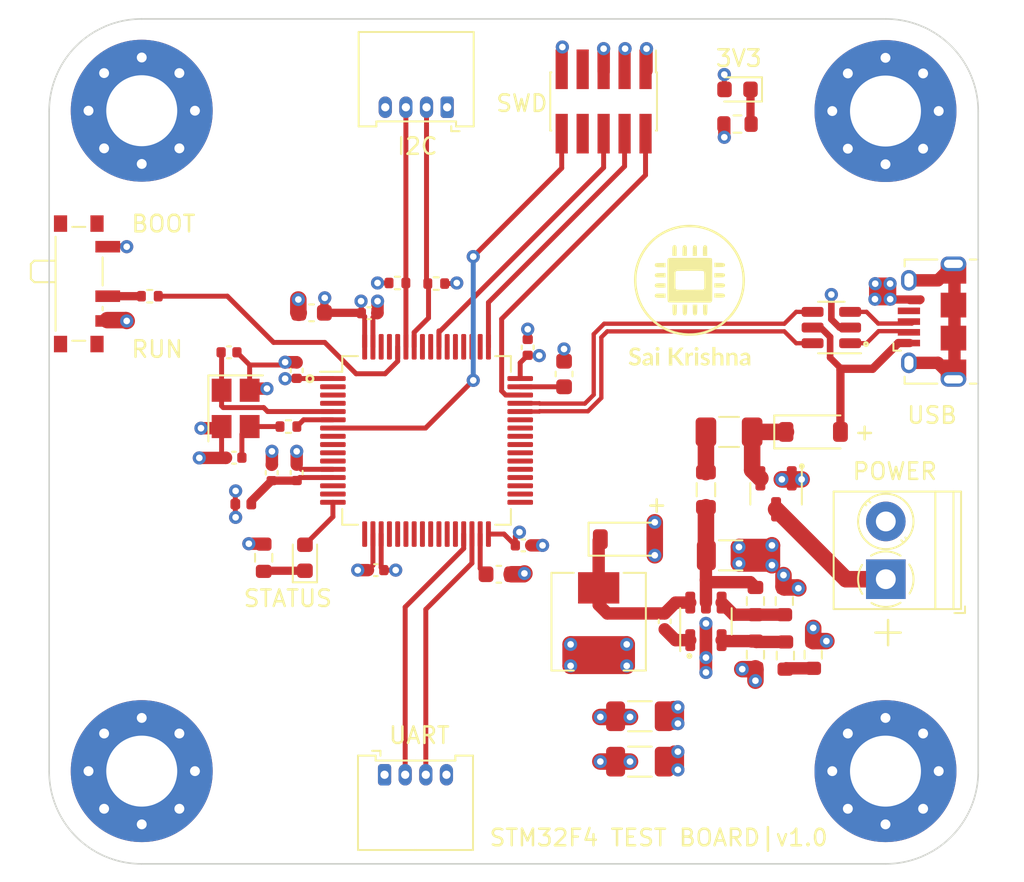
<source format=kicad_pcb>
(kicad_pcb (version 20221018) (generator pcbnew)
  (layers (0 "F.Cu" jumper) (1 "In1.Cu" signal) (2 "In2.Cu" signal) (31 "B.Cu" signal) (34 "B.Paste" user) (35 "F.Paste" user) (36 "B.SilkS" user "B.Silkscreen") (37 "F.SilkS" user "F.Silkscreen") (38 "B.Mask" user) (39 "F.Mask" user) (44 "Edge.Cuts" user))
  (net 0 "")
  (net 1 "+12V")
  (net 2 "GND")
  (net 3 "Net-(D4-K)")
  (net 4 "Net-(R7-Pad2)")
  (net 5 "BUCK_FB")
  (net 6 "+3.3V")
  (net 7 "BUCK_EN")
  (net 8 "BUCK_IN")
  (net 9 "Net-(D1-K)")
  (net 10 "I2C1_SDA")
  (net 11 "I2C_SCL")
  (net 12 "HSE_OUT")
  (net 13 "Net-(C12-Pad1)")
  (net 14 "BOOT0")
  (net 15 "Net-(SW1-B)")
  (net 16 "USB_CONN_D-")
  (net 17 "USB_CONN_D+")
  (net 18 "USB_D+")
  (net 19 "+5V")
  (net 20 "USB_D-")
  (net 21 "BUCK_BST")
  (net 22 "BUCK_SW")
  (net 23 "Net-(D3-K)")
  (net 27 "HSE_IN")
  (net 28 "NRST")
  (net 33 "+3.3VA")
  (net 36 "LED_STATUS")
  (net 47 "USART3_TX")
  (net 48 "USART3_RX")
  (net 49 "Net-(U1-VCAP_1)")
  (net 61 "SWDIO")
  (net 62 "Net-(U1-VCAP_2)")
  (net 63 "SWCLK")
  (net 69 "SWO")
  (net 75 "unconnected-(J5-Shield-Pad6)")
  (net 78 "Net-(F1-Pad2)")
  (footprint "Connector_Molex:Molex_PicoBlade_53048-0410_1x04_P1.25mm_Horizontal" (layer "F.Cu") (at 108.325 96.4)
    (fp_text reference "J4")
    (fp_text value "USART")
  )
  (footprint "Package_TO_SOT_SMD:SOT-23-6" (layer "F.Cu") (at 127.8 87.105 90)
    (fp_text reference "U2")
    (fp_text value "~")
  )
  (footprint "Capacitor_SMD:C_0603_1608Metric" (layer "F.Cu") (at 115.25 84.25)
    (fp_text reference "C1")
    (fp_text value "2u2")
  )
  (footprint "Inductor_SMD:L_Sunlord_MWSA0503S" (layer "F.Cu") (at 121.3 87.125 -90)
    (fp_text reference "L2")
    (fp_text value "10u")
  )
  (footprint "Resistor_SMD:R_0603_1608Metric" (layer "F.Cu") (at 132.55 85.875 90)
    (fp_text reference "R5")
    (fp_text value "68k")
  )
  (footprint "Capacitor_SMD:C_1206_3216Metric" (layer "F.Cu") (at 129.3 83.105)
    (fp_text reference "C13")
    (fp_text value "10u")
  )
  (footprint "Resistor_SMD:R_0603_1608Metric" (layer "F.Cu") (at 132.613745 89.177074 -90)
    (fp_text reference "R7")
    (fp_text value "15k")
  )
  (footprint "Resistor_SMD:R_0402_1005Metric" (layer "F.Cu") (at 94.1 67.4 180)
    (fp_text reference "R1")
    (fp_text value "10k")
  )
  (footprint "MountingHole:MountingHole_4.3mm_M4_Pad_Via" (layer "F.Cu") (at 93.610838 96.180419)
    (fp_text reference "H1")
    (fp_text value "MountingHole_Pad")
  )
  (footprint "Capacitor_SMD:C_1206_3216Metric" (layer "F.Cu") (at 123.8 92.855)
    (fp_text reference "C15")
    (fp_text value "10u")
  )
  (footprint "Resistor_SMD:R_0603_1608Metric" (layer "F.Cu") (at 130.8 89.125 90)
    (fp_text reference "R6")
    (fp_text value "47k")
  )
  (footprint "Demo:SaiKrishnaLOGOdemo" (layer "F.Cu") (at 126.9 68)
    (fp_text reference "G***" hide)
    (fp_text value "LOGO" hide)
  )
  (footprint "Capacitor_SMD:C_1206_3216Metric" (layer "F.Cu") (at 123.8 95.605)
    (fp_text reference "C16")
    (fp_text value "10u")
  )
  (footprint "Capacitor_SMD:C_0402_1005Metric" (layer "F.Cu") (at 117 70.5 90)
    (fp_text reference "C7")
    (fp_text value "100n")
  )
  (footprint "MountingHole:MountingHole_4.3mm_M4_Pad_Via" (layer "F.Cu") (at 93.610838 56.160838)
    (fp_text reference "H4")
    (fp_text value "MountingHole_Pad")
  )
  (footprint "Capacitor_SMD:C_0402_1005Metric" (layer "F.Cu") (at 107.4 68.431221)
    (fp_text reference "C8")
    (fp_text value "100n")
  )
  (footprint "Capacitor_SMD:C_0402_1005Metric" (layer "F.Cu") (at 101.48602 78.09801 90)
    (fp_text reference "C9")
    (fp_text value "1u")
  )
  (footprint "Capacitor_SMD:C_0402_1005Metric" (layer "F.Cu") (at 103 78.090575 90)
    (fp_text reference "C10")
    (fp_text value "10n")
  )
  (footprint "Capacitor_SMD:C_0402_1005Metric" (layer "F.Cu") (at 99.2 77.186807 180)
    (fp_text reference "C12")
    (fp_text value "12p")
  )
  (footprint "Resistor_SMD:R_0402_1005Metric" (layer "F.Cu") (at 111.455741 66.635107 180)
    (fp_text reference "R9")
    (fp_text value "2k2")
  )
  (footprint "Resistor_SMD:R_0603_1608Metric" (layer "F.Cu") (at 101 83.25 90)
    (fp_text reference "R3")
    (fp_text value "1K5")
  )
  (footprint "Diode_SMD:D_SOD-123" (layer "F.Cu") (at 134.3 75.625)
    (fp_text reference "D3")
    (fp_text value "B5819W")
  )
  (footprint "Package_QFP:LQFP-64_10x10mm_P0.5mm" (layer "F.Cu") (at 110.87 76.14)
    (fp_text reference "U1")
    (fp_text value "STM32F405RGT6")
  )
  (footprint "Resistor_SMD:R_0402_1005Metric" (layer "F.Cu") (at 109.105472 66.6)
    (fp_text reference "R10")
    (fp_text value "2k2")
  )
  (footprint "Capacitor_SMD:C_0603_1608Metric" (layer "F.Cu") (at 103.902604 68.407425 180)
    (fp_text reference "C3")
    (fp_text value "4u7")
  )
  (footprint "Capacitor_SMD:C_0402_1005Metric" (layer "F.Cu") (at 98.9 70.8)
    (fp_text reference "C11")
    (fp_text value "12p")
  )
  (footprint "Capacitor_SMD:C_0402_1005Metric" (layer "F.Cu") (at 125.3 87.105 90)
    (fp_text reference "C14")
    (fp_text value "10n")
  )
  (footprint "Package_TO_SOT_SMD:SOT-23" (layer "F.Cu") (at 132.05 79.375 -90)
    (fp_text reference "Q1")
    (fp_text value "AO3401A")
  )
  (footprint "Resistor_SMD:R_0603_1608Metric" (layer "F.Cu") (at 134.3 89.125 90)
    (fp_text reference "R8")
    (fp_text value "270")
  )
  (footprint "Inductor_SMD:L_0805_2012Metric" (layer "F.Cu") (at 127.8 79.125 -90)
    (fp_text reference "FB1")
    (fp_text value "600 @ 600MHz")
  )
  (footprint "MountingHole:MountingHole_4.3mm_M4_Pad_Via" (layer "F.Cu") (at 138.680419 96.180419)
    (fp_text reference "H3")
    (fp_text value "MountingHole_Pad")
  )
  (footprint "LED_SMD:LED_0603_1608Metric" (layer "F.Cu") (at 129.7125 54.86875 180)
    (fp_text reference "D4")
    (fp_text value "RED")
  )
  (footprint "Connector_USB:USB_Micro-B_Amphenol_10118194_Horizontal" (layer "F.Cu") (at 141.5 68.938935 90)
    (fp_text reference "J5")
    (fp_text value "USB_B_Micro")
  )
  (footprint "TerminalBlock_Phoenix:TerminalBlock_Phoenix_PT-1,5-2-3.5-H_1x02_P3.50mm_Horizontal" (layer "F.Cu") (at 138.7 84.55 90)
    (fp_text reference "J1")
    (fp_text value "Screw_Terminal_01x02")
  )
  (footprint "Diode_SMD:D_SOD-123" (layer "F.Cu") (at 123.05 82.125)
    (fp_text reference "D2")
    (fp_text value "B5819W")
  )
  (footprint "Connector_PinHeader_1.27mm:PinHeader_2x05_P1.27mm_Vertical_SMD" (layer "F.Cu") (at 121.6 55.6 -90)
    (fp_text reference "J2")
    (fp_text value "SWD")
  )
  (footprint "Capacitor_SMD:C_0402_1005Metric" (layer "F.Cu") (at 103 71.899321 90)
    (fp_text reference "C4")
    (fp_text value "100n")
  )
  (footprint "Resistor_SMD:R_0603_1608Metric" (layer "F.Cu") (at 130.8 85.875 -90)
    (fp_text reference "R4")
    (fp_text value "100k")
  )
  (footprint "Inductor_SMD:L_0402_1005Metric" (layer "F.Cu") (at 99.765 80)
    (fp_text reference "L1")
    (fp_text value "39n")
  )
  (footprint "Button_Switch_SMD:SW_SPDT_PCM12" (layer "F.Cu") (at 90.12 66.65 -90)
    (fp_text reference "SW1")
    (fp_text value "SW_SPDT")
  )
  (footprint "Capacitor_SMD:C_0402_1005Metric" (layer "F.Cu") (at 107.8 84 180)
    (fp_text reference "C5")
    (fp_text value "100n")
  )
  (footprint "MountingHole:MountingHole_4.3mm_M4_Pad_Via" (layer "F.Cu") (at 138.680419 56.180419)
    (fp_text reference "H2")
    (fp_text value "MountingHole_Pad")
  )
  (footprint "Crystal:Crystal_SMD_3225-4Pin_3.2x2.5mm" (layer "F.Cu") (at 99.3 74.2 -90)
    (fp_text reference "Y1" hide)
    (fp_text value "16MHz")
  )
  (footprint "Capacitor_SMD:C_0603_1608Metric" (layer "F.Cu") (at 119.203952 72.114997 90)
    (fp_text reference "C2")
    (fp_text value "2u2")
  )
  (footprint "Resistor_SMD:R_0402_1005Metric" (layer "F.Cu") (at 102.5 75.3 180)
    (fp_text reference "R2")
    (fp_text value "47")
  )
  (footprint "Fuse:Fuse_1206_3216Metric" (layer "F.Cu") (at 129.2 75.625 180)
    (fp_text reference "F1")
    (fp_text value "250mA")
  )
  (footprint "Capacitor_SMD:C_0402_1005Metric" (layer "F.Cu") (at 116.73 82.5)
    (fp_text reference "C6")
    (fp_text value "100n")
  )
  (footprint "Package_TO_SOT_SMD:SOT-23-6" (layer "F.Cu") (at 135.4 69.3 180)
    (fp_text reference "U3")
    (fp_text value "USBLC6-2SC6")
  )
  (footprint "LED_SMD:LED_0603_1608Metric" (layer "F.Cu") (at 103.5 83.25 90)
    (fp_text reference "D1")
    (fp_text value "BLUE")
  )
  (footprint "Connector_Molex:Molex_PicoBlade_53048-0410_1x04_P1.25mm_Horizontal" (layer "F.Cu") (at 112.117965 55.949581 180)
    (fp_text reference "J3")
    (fp_text value "I2C")
  )
  (footprint "Resistor_SMD:R_0603_1608Metric" (layer "F.Cu") (at 129.7125 56.96875 180)
    (fp_text reference "R11")
    (fp_text value "1K")
  )
  (gr_circle (center 126.8 89.2) (end 126.8 89.1) (stroke (width 0.15)) (fill none) (layer "F.SilkS"))
  (gr_circle (center 137.5 70.3) (end 137.5 70.2) (stroke (width 0.15)) (fill none) (layer "F.SilkS"))
  (gr_circle (center 103.8 72.4) (end 103.8 72.2) (stroke (width 0.15)) (fill none) (layer "F.SilkS"))
  (gr_circle (center 133.61 77.7) (end 133.61 77.6) (stroke (width 0.15)) (fill none) (layer "F.SilkS"))
  (gr_arc (start 144.3 96.2) (mid 142.659798 100.159798) (end 138.7 101.8) (stroke (width 0.1)) (layer "Edge.Cuts"))
  (gr_line (start 138.7 101.8) (end 93.6 101.8) (stroke (width 0.1)) (layer "Edge.Cuts"))
  (gr_arc (start 88 56.2) (mid 89.640202 52.240202) (end 93.6 50.6) (stroke (width 0.1)) (layer "Edge.Cuts"))
  (gr_line (start 88 96.2) (end 88 56.2) (stroke (width 0.1)) (layer "Edge.Cuts"))
  (gr_line (start 144.3 56.2) (end 144.3 96.2) (stroke (width 0.1)) (layer "Edge.Cuts"))
  (gr_line (start 93.6 50.6) (end 138.7 50.6) (stroke (width 0.1)) (layer "Edge.Cuts"))
  (gr_arc (start 93.6 101.8) (mid 89.640202 100.159798) (end 88 96.2) (stroke (width 0.1)) (layer "Edge.Cuts"))
  (gr_arc (start 138.7 50.6) (mid 142.659798 52.240202) (end 144.3 56.2) (stroke (width 0.1)) (layer "Edge.Cuts"))
  (gr_text "+" (at 136.7 76.2) (layer "F.SilkS") (effects (font (size 1 1)) (justify left bottom)))
  (gr_text "I2C" (at 109 58.9) (layer "F.SilkS") (effects (font (size 1 1)) (justify left bottom)))
  (gr_text "SWD" (at 115 56.3) (layer "F.SilkS") (effects (font (size 1 1)) (justify left bottom)))
  (gr_text "+" (at 137.5 88.8) (layer "F.SilkS") (effects (font (size 2 2)) (justify left bottom)))
  (gr_text "RUN" (at 92.9 71.2) (layer "F.SilkS") (effects (font (size 1 1)) (justify left bottom)))
  (gr_text "3V3" (at 128.3125 53.56875) (layer "F.SilkS") (effects (font (size 1 1)) (justify left bottom)))
  (gr_text "UART" (at 108.5 94.6) (layer "F.SilkS") (effects (font (size 1 1)) (justify left bottom)))
  (gr_text "STM32F4 TEST BOARD|v1.0" (at 114.6 100.8) (layer "F.SilkS") (effects (font (size 1 1)) (justify left bottom)))
  (gr_text "BOOT" (at 92.9 63.6) (layer "F.SilkS") (effects (font (size 1 1)) (justify left bottom)))
  (gr_text "USB" (at 139.9 75.2) (layer "F.SilkS") (effects (font (size 1 1)) (justify left bottom)))
  (gr_text "STATUS" (at 99.7 86.3) (layer "F.SilkS") (effects (font (size 1 1)) (justify left bottom)))
  (gr_text "+" (at 124.1 80.6) (layer "F.SilkS") (effects (font (size 1 1)) (justify left bottom)))
  (gr_text "POWER" (at 136.6 78.6) (layer "F.SilkS") (effects (font (size 1 1)) (justify left bottom)))
  (segment (start 138.7 84.55) (end 136.2875 84.55) (width 1) (layer "F.Cu") (net 1))
  (segment (start 132.05 80.3125) (end 136.2875 84.55) (width 1) (layer "F.Cu") (net 1))
  (segment (start 106.7 84) (end 107.32 84) (width 0.75) (layer "F.Cu") (net 2))
  (segment (start 101.5 77.60403) (end 101.48602 77.61801) (width 0.75) (layer "F.Cu") (net 2))
  (segment (start 102.980679 71.4) (end 103 71.419321) (width 0.75) (layer "F.Cu") (net 2))
  (segment (start 101.2 73) (end 100.25 73) (width 0.75) (layer "F.Cu") (net 2))
  (segment (start 138.041503 67.581142) (end 138.041503 67.558497) (width 0.75) (layer "F.Cu") (net 2))
  (segment (start 133.35 85.05) (end 133.4 85.1) (width 1) (layer "F.Cu") (net 2))
  (segment (start 129.8 82.6) (end 131.7 82.6) (width 1) (layer "F.Cu") (net 2))
  (segment (start 107.62 81.815) (end 107.62 83.7) (width 0.3) (layer "F.Cu") (net 2))
  (segment (start 100.15 71.57) (end 99.38 70.8) (width 0.3) (layer "F.Cu") (net 2))
  (segment (start 121.6 52.4) (end 121.6 53.8) (width 0.75) (layer "F.Cu") (net 2))
  (segment (start 132.5 84.3) (end 132.5 85) (width 1) (layer "F.Cu") (net 2))
  (segment (start 102.3 71.4) (end 102.980679 71.4) (width 0.75) (layer "F.Cu") (net 2))
  (segment (start 140.8 67.6) (end 139.08264 67.6) (width 0.5) (layer "F.Cu") (net 2))
  (segment (start 139.08264 67.7) (end 138.963782 67.581142) (width 0.5) (layer "F.Cu") (net 2))
  (segment (start 126.1 92.3) (end 125.83 92.3) (width 0.75) (layer "F.Cu") (net 2))
  (segment (start 100.25 73) (end 100.15 73.1) (width 0.75) (layer "F.Cu") (net 2))
  (segment (start 103 76.8) (end 103 77.610575) (width 0.75) (layer "F.Cu") (net 2))
  (segment (start 107.62 68.691221) (end 107.88 68.431221) (width 0.3) (layer "F.Cu") (net 2))
  (segment (start 103.1 67.6) (end 103.1 68.379821) (width 1) (layer "F.Cu") (net 2))
  (segment (start 132.55 85.05) (end 133.35 85.05) (width 1) (layer "F.Cu") (net 2))
  (segment (start 125.605 95.605) (end 126.1 96.1) (width 0.75) (layer "F.Cu") (net 2))
  (segment (start 131.7 82.6) (end 131.8 82.5) (width 1) (layer "F.Cu") (net 2))
  (segment (start 134.3 87.5) (end 134.3 88.3) (width 1) (layer "F.Cu") (net 2))
  (segment (start 127.8 90.2) (end 127.8 89.3) (width 0.75) (layer "F.Cu") (net 2))
  (segment (start 116.75 84.25) (end 116.8 84.2) (width 1) (layer "F.Cu") (net 2))
  (segment (start 128.9125 57.76875) (end 128.9125 56.99375) (width 0.75) (layer "F.Cu") (net 2))
  (segment (start 127.8 87.2295) (end 127.8 88.2425) (width 0.75) (layer "F.Cu") (net 2))
  (segment (start 129.8 82.6) (end 129.8 83.6) (width 1) (layer "F.Cu") (net 2))
  (segment (start 98.706807 77.2) (end 98.72 77.186807) (width 0.75) (layer "F.Cu") (net 2))
  (segment (start 100.1 82.4) (end 100.975 82.4) (width 0.75) (layer "F.Cu") (net 2))
  (segment (start 119.2 70.6) (end 119.2 71.336045) (width 0.5) (layer "F.Cu") (net 2))
  (segment (start 103.1 68.379821) (end 103.127604 68.407425) (width 1) (layer "F.Cu") (net 2))
  (segment (start 124.7 82.125) (end 124.7 81.1) (width 1) (layer "F.Cu") (net 2))
  (segment (start 140.761065 67.638935) (end 140.8 67.6) (width 0.5) (layer "F.Cu") (net 2))
  (segment (start 127.8 88.2425) (end 127.8 89.3) (width 0.75) (layer "F.Cu") (net 2))
  (segment (start 138.041503 67.558497) (end 138.958497 66.641503) (width 0.75) (layer "F.Cu") (net 2))
  (segment (start 103.279425 77.89) (end 103 77.610575) (width 0.3) (layer "F.Cu") (net 2))
  (segment (start 138.041503 67.581142) (end 138.963782 67.581142) (width 0.75) (layer "F.Cu") (net 2))
  (segment (start 97.1 77.2) (end 98.706807 77.2) (width 0.75) (layer "F.Cu") (net 2))
  (segment (start 119.1 52.3) (end 119.1 53.76) (width 0.3) (layer "F.Cu") (net 2))
  (segment (start 132.4 78.5) (end 132.9375 78.5) (width 1) (layer "F.Cu") (net 2))
  (segment (start 138.058497 67.564148) (end 138.041503 67.581142) (width 0.75) (layer "F.Cu") (net 2))
  (segment (start 129.8 83.6) (end 131.7 83.6) (width 1) (layer "F.Cu") (net 2))
  (segment (start 100.975 82.4) (end 101 82.425) (width 0.75) (layer "F.Cu") (net 2))
  (segment (start 126.1 93.3) (end 125.72 93.3) (width 0.75) (layer "F.Cu") (net 2))
  (segment (start 92.65 68.85) (end 92.7 68.9) (width 1) (layer "F.Cu") (net 2))
  (segment (start 134.3 88.3) (end 135.1 88.3) (width 1) (layer "F.Cu") (net 2))
  (segment (start 132.9375 78.5) (end 133 78.4375) (width 1) (layer "F.Cu") (net 2))
  (segment (start 101.5 76.8) (end 101.5 77.60403) (width 0.75) (layer "F.Cu") (net 2))
  (segment (start 124.7 82.125) (end 124.7 83.1) (width 1) (layer "F.Cu") (net 2))
  (segment (start 100.15 73.1) (end 100.15 71.57) (width 0.3) (layer "F.Cu") (net 2))
  (segment (start 107.62 70.465) (end 107.62 68.691221) (width 0.3) (layer "F.Cu") (net 2))
  (segment (start 116.025 84.25) (end 116.75 84.25) (width 1) (layer "F.Cu") (net 2))
  (segment (start 107.9 67.7) (end 107.9 68.411221) (width 0.75) (layer "F.Cu") (net 2))
  (segment (start 138.958497 67.575857) (end 138.963782 67.581142) (width 0.75) (layer "F.Cu") (net 2))
  (segment (start 133.6 78.5) (end 132.4 78.5) (width 1) (layer "F.Cu") (net 2))
  (segment (start 91.53 68.85) (end 92.65 68.85) (width 1) (layer "F.Cu") (net 2))
  (segment (start 138.058497 66.641503) (end 138.958497 66.641503) (width 0.75) (layer "F.Cu") (net 2))
  (segment (start 138.058497 66.641503) (end 138.058497 67.564148) (width 0.75) (layer "F.Cu") (net 2))
  (segment (start 132.5 85) (end 132.55 85.05) (width 1) (layer "F.Cu") (net 2))
  (segment (start 138.958497 66.641503) (end 138.958497 67.575857) (width 0.75) (layer "F.Cu") (net 2))
  (segment (start 131.8 83.7) (end 131.8 82.5) (width 1) (layer "F.Cu") (net 2))
  (segment (start 117 70.02) (end 117 69.4) (width 0.5) (layer "F.Cu") (net 2))
  (segment (start 127.8 90.2) (end 127.8 87.2295) (width 0.75) (layer "F.Cu") (net 2))
  (segment (start 105.195 77.89) (end 103.279425 77.89) (width 0.3) (layer "F.Cu") (net 2))
  (segment (start 98.45 75.3) (end 98.45 76.916807) (width 0.3) (layer "F.Cu") (net 2))
  (segment (start 107.62 83.7) (end 107.32 84) (width 0.3) (layer "F.Cu") (net 2))
  (segment (start 135.4 67.3) (end 135.4 68.8) (width 0.4) (layer "F.Cu") (net 2))
  (segment (start 125.83 92.3) (end 125.275 92.855) (width 0.75) (layer "F.Cu") (net 2))
  (segment (start 126.1 95) (end 126.1 96.1) (width 0.75) (layer "F.Cu") (net 2))
  (segment (start 131.7 83.6) (end 131.8 83.7) (width 1) (layer "F.Cu") (net 2))
  (segment (start 102.13 71.57) (end 102.3 71.4) (width 0.3) (layer "F.Cu") (net 2))
  (segment (start 107.9 68.411221) (end 107.88 68.431221) (width 0.75) (layer "F.Cu") (net 2))
  (segment (start 135.9 69.3) (end 136.5375 69.3) (width 0.4) (layer "F.Cu") (net 2))
  (segment (start 131.8 82.5) (end 131.195 83.105) (width 1) (layer "F.Cu") (net 2))
  (segment (start 117.21 82.5) (end 117.9 82.5) (width 0.75) (layer "F.Cu") (net 2))
  (segment (start 131.195 83.105) (end 130.775 83.105) (width 1) (layer "F.Cu") (net 2))
  (segment (start 125.72 93.3) (end 125.275 92.855) (width 0.75) (layer "F.Cu") (net 2))
  (segment (start 140.161064 67.638935) (end 140.761065 67.638935) (width 0.5) (layer "F.Cu") (net 2))
  (segment (start 119.2 71.336045) (end 119.203952 71.339997) (width 0.5) (layer "F.Cu") (net 2))
  (segment (start 125.275 95.605) (end 125.605 95.605) (width 0.75) (layer "F.Cu") (net 2))
  (segment (start 135.4 68.8) (end 135.9 69.3) (width 0.4) (layer "F.Cu") (net 2))
  (segment (start 126.1 95) (end 125.88 95) (width 0.75) (layer "F.Cu") (net 2))
  (segment (start 126.1 93.3) (end 126.1 92.3) (width 0.75) (layer "F.Cu") (net 2))
  (segment (start 98.35 75.4) (end 98.45 75.3) (width 0.75) (layer "F.Cu") (net 2))
  (segment (start 98.45 76.916807) (end 98.72 77.186807) (width 0.3) (layer "F.Cu") (net 2))
  (segment (start 125.88 95) (end 125.275 95.605) (width 0.75) (layer "F.Cu") (net 2))
  (segment (start 100.15 71.57) (end 102.13 71.57) (width 0.3) (layer "F.Cu") (net 2))
  (segment (start 128.9125 56.99375) (end 128.8875 56.96875) (width 0.75) (layer "F.Cu") (net 2))
  (segment (start 97.2 75.4) (end 98.35 75.4) (width 0.75) (layer "F.Cu") (net 2))
  (via (at 119.2 70.6) (size 0.8) (drill 0.4) (layers "F.Cu" "B.Cu") (net 2))
  (via (at 100.1 82.4) (size 0.8) (drill 0.4) (layers "F.Cu" "B.Cu") (net 2))
  (via (at 127.8 87.2295) (size 0.8) (drill 0.4) (layers "F.Cu" "B.Cu") (net 2))
  (via (at 97.2 75.4) (size 0.8) (drill 0.4) (layers "F.Cu" "B.Cu") (net 2))
  (via (at 103 76.8) (size 0.8) (drill 0.4) (layers "F.Cu" "B.Cu") (net 2))
  (via (at 138.058497 66.641503) (size 0.8) (drill 0.4) (layers "F.Cu" "B.Cu") (net 2))
  (via (at 106.7 84) (size 0.8) (drill 0.4) (layers "F.Cu" "B.Cu") (net 2))
  (via (at 117.9 82.5) (size 0.8) (drill 0.4) (layers "F.Cu" "B.Cu") (net 2))
  (via (at 128.9125 57.76875) (size 0.8) (drill 0.4) (layers "F.Cu" "B.Cu") (net 2))
  (via (at 102.3 71.4) (size 0.8) (drill 0.4) (layers "F.Cu" "B.Cu") (net 2))
  (via (at 138.963782 67.581142) (size 0.8) (drill 0.4) (layers "F.Cu" "B.Cu") (net 2))
  (via (at 132.5 84.3) (size 0.8) (drill 0.4) (layers "F.Cu" "B.Cu") (net 2))
  (via (at 131.8 83.7) (size 0.8) (drill 0.4) (layers "F.Cu" "B.Cu") (net 2))
  (via (at 133.4 85.1) (size 0.8) (drill 0.4) (layers "F.Cu" "B.Cu") (net 2))
  (via (at 129.8 82.6) (size 0.8) (drill 0.4) (layers "F.Cu" "B.Cu") (net 2))
  (via (at 124.7 81.1) (size 0.8) (drill 0.4) (layers "F.Cu" "B.Cu") (net 2))
  (via (at 101.2 73) (size 0.8) (drill 0.4) (layers "F.Cu" "B.Cu") (net 2))
  (via (at 132.4 78.5) (size 0.8) (drill 0.4) (layers "F.Cu" "B.Cu") (net 2))
  (via (at 126.1 93.3) (size 0.8) (drill 0.4) (layers "F.Cu" "B.Cu") (net 2))
  (via (at 126.1 95) (size 0.8) (drill 0.4) (layers "F.Cu" "B.Cu") (net 2))
  (via (at 121.6 52.4) (size 0.8) (drill 0.4) (layers "F.Cu" "B.Cu") (net 2))
  (via (at 101.5 76.8) (size 0.8) (drill 0.4) (layers "F.Cu" "B.Cu") (net 2))
  (via (at 138.958497 66.641503) (size 0.8) (drill 0.4) (layers "F.Cu" "B.Cu") (net 2))
  (via (at 127.8 90.2) (size 0.8) (drill 0.4) (layers "F.Cu" "B.Cu") (net 2))
  (via (at 92.7 68.9) (size 0.8) (drill 0.4) (layers "F.Cu" "B.Cu") (net 2))
  (via (at 97.1 77.2) (size 0.8) (drill 0.4) (layers "F.Cu" "B.Cu") (net 2))
  (via (at 135.4 67.3) (size 0.8) (drill 0.4) (layers "F.Cu" "B.Cu") (net 2))
  (via (at 138.041503 67.581142) (size 0.8) (drill 0.4) (layers "F.Cu" "B.Cu") (net 2))
  (via (at 129.8 83.6) (size 0.8) (drill 0.4) (layers "F.Cu" "B.Cu") (net 2))
  (via (at 131.8 82.5) (size 0.8) (drill 0.4) (layers "F.Cu" "B.Cu") (net 2))
  (via (at 103.1 67.6) (size 0.8) (drill 0.4) (layers "F.Cu" "B.Cu") (net 2))
  (via (at 107.9 67.7) (size 0.8) (drill 0.4) (layers "F.Cu" "B.Cu") (net 2))
  (via (at 135.1 88.3) (size 0.8) (drill 0.4) (layers "F.Cu" "B.Cu") (net 2))
  (via (at 119.1 52.3) (size 0.8) (drill 0.4) (layers "F.Cu" "B.Cu") (net 2))
  (via (at 126.1 92.3) (size 0.8) (drill 0.4) (layers "F.Cu" "B.Cu") (net 2))
  (via (at 116.8 84.2) (size 0.8) (drill 0.4) (layers "F.Cu" "B.Cu") (net 2))
  (via (at 133.6 78.5) (size 0.8) (drill 0.4) (layers "F.Cu" "B.Cu") (net 2))
  (via (at 124.7 83.1) (size 0.8) (drill 0.4) (layers "F.Cu" "B.Cu") (net 2))
  (via (at 134.3 87.5) (size 0.8) (drill 0.4) (layers "F.Cu" "B.Cu") (net 2))
  (via (at 127.8 89.3) (size 0.8) (drill 0.4) (layers "F.Cu" "B.Cu") (net 2))
  (via (at 126.1 96.1) (size 0.8) (drill 0.4) (layers "F.Cu" "B.Cu") (net 2))
  (via (at 122.9 52.4) (size 0.8) (drill 0.4) (layers "F.Cu" "B.Cu") (net 2))
  (via (at 117 69.4) (size 0.8) (drill 0.4) (layers "F.Cu" "B.Cu") (net 2))
  (segment (start 130.5 56.93125) (end 130.5375 56.96875) (width 0.5) (layer "F.Cu") (net 3))
  (segment (start 130.5 54.86875) (end 130.5 56.93125) (width 0.5) (layer "F.Cu") (net 3))
  (segment (start 134.3 89.95) (end 132.665819 89.95) (width 0.75) (layer "F.Cu") (net 4))
  (segment (start 132.665819 89.95) (end 132.613745 90.002074) (width 0.75) (layer "F.Cu") (net 4))
  (segment (start 132.613745 88.352074) (end 130.852074 88.352074) (width 0.75) (layer "F.Cu") (net 5))
  (segment (start 130.852074 88.352074) (end 130.8 88.3) (width 0.75) (layer "F.Cu") (net 5))
  (segment (start 128.8075 88.3) (end 128.75 88.2425) (width 0.75) (layer "F.Cu") (net 5))
  (segment (start 130.8 88.3) (end 128.8075 88.3) (width 0.75) (layer "F.Cu") (net 5))
  (segment (start 119.6 89.8) (end 119.6 88.5) (width 1) (layer "F.Cu") (net 6))
  (segment (start 123 89.8) (end 123 88.5) (width 1) (layer "F.Cu") (net 6))
  (segment (start 99.28 80) (end 99.28 80.78) (width 0.3) (layer "F.Cu") (net 6))
  (segment (start 123.2 92.9) (end 122.37 92.9) (width 1) (layer "F.Cu") (net 6))
  (segment (start 107.12 70.465) (end 107.12 68.631221) (width 0.3) (layer "F.Cu") (net 6))
  (segment (start 108.28 84) (end 109 84) (width 0.3) (layer "F.Cu") (net 6))
  (segment (start 122.33 95.6) (end 122.325 95.605) (width 1) (layer "F.Cu") (net 6))
  (segment (start 92.65 64.35) (end 92.7 64.4) (width 0.3) (layer "F.Cu") (net 6))
  (segment (start 122.37 92.9) (end 122.325 92.855) (width 1) (layer "F.Cu") (net 6))
  (segment (start 106.92 67.72) (end 106.9 67.7) (width 0.3) (layer "F.Cu") (net 6))
  (segment (start 115.565 81.815) (end 116.25 82.5) (width 0.3) (layer "F.Cu") (net 6))
  (segment (start 104.677604 67.522396) (end 104.7 67.5) (width 0.5) (layer "F.Cu") (net 6))
  (segment (start 105.195 72.39) (end 103.010679 72.39) (width 0.3) (layer "F.Cu") (net 6))
  (segment (start 103.010679 72.39) (end 103 72.379321) (width 0.3) (layer "F.Cu") (net 6))
  (segment (start 108.12 81.815) (end 108.12 83.84) (width 0.3) (layer "F.Cu") (net 6))
  (segment (start 104.677604 68.407425) (end 104.677604 67.522396) (width 0.5) (layer "F.Cu") (net 6))
  (segment (start 108.595472 66.6) (end 107.9 66.6) (width 0.3) (layer "F.Cu") (net 6))
  (segment (start 91.53 64.35) (end 92.65 64.35) (width 0.3) (layer "F.Cu") (net 6))
  (segment (start 107.12 68.631221) (end 106.92 68.431221) (width 0.3) (layer "F.Cu") (net 6))
  (segment (start 128.9125 53.96875) (end 128.9125 54.85625) (width 0.3) (layer "F.Cu") (net 6))
  (segment (start 104.677604 68.407425) (end 106.896204 68.407425) (width 0.5) (layer "F.Cu") (net 6))
  (segment (start 114.62 81.815) (end 115.565 81.815) (width 0.3) (layer "F.Cu") (net 6))
  (segment (start 123 88.5) (end 119.6 88.5) (width 1) (layer "F.Cu") (net 6))
  (segment (start 116.25 81.95) (end 116.5 81.7) (width 0.3) (layer "F.Cu") (net 6))
  (segment (start 112.664893 66.635107) (end 112.7 66.6) (width 0.3) (layer "F.Cu") (net 6))
  (segment (start 111.965741 66.635107) (end 112.664893 66.635107) (width 0.3) (layer "F.Cu") (net 6))
  (segment (start 99.28 80.78) (end 99.3 80.8) (width 0.3) (layer "F.Cu") (net 6))
  (segment (start 123 89.8) (end 119.6 89.8) (width 1) (layer "F.Cu") (net 6))
  (segment (start 106.92 68.431221) (end 106.92 67.72) (width 0.3) (layer "F.Cu") (net 6))
  (segment (start 121.4 95.6) (end 122.32 95.6) (width 1) (layer "F.Cu") (net 6))
  (segment (start 106.896204 68.407425) (end 106.92 68.431221) (width 0.5) (layer "F.Cu") (net 6))
  (segment (start 123.2 95.6) (end 122.33 95.6) (width 1) (layer "F.Cu") (net 6))
  (segment (start 116.545 72.39) (end 116.545 71.435) (width 0.3) (layer "F.Cu") (net 6))
  (segment (start 99.28 80) (end 99.28 79.22) (width 0.3) (layer "F.Cu") (net 6))
  (segment (start 108.12 83.84) (end 108.28 84) (width 0.3) (layer "F.Cu") (net 6))
  (segment (start 130.8 90.7) (end 130.8 90.05) (width 1) (layer "F.Cu") (net 6))
  (segment (start 102.979321 72.4) (end 103 72.379321) (width 0.3) (layer "F.Cu") (net 6))
  (segment (start 128.9125 54.85625) (end 128.925 54.86875) (width 0.3) (layer "F.Cu") (net 6))
  (segment (start 122.32 95.6) (end 122.325 95.605) (width 1) (layer "F.Cu") (net 6))
  (segment (start 116.25 82.5) (end 116.25 81.95) (width 0.3) (layer "F.Cu") (net 6))
  (segment (start 130 90) (end 130.75 90) (width 1) (layer "F.Cu") (net 6))
  (segment (start 122.28 92.9) (end 122.325 92.855) (width 1) (layer "F.Cu") (net 6))
  (segment (start 116.545 71.435) (end 117 70.98) (width 0.3) (layer "F.Cu") (net 6))
  (segment (start 124.2 52.4) (end 124.2 53.74) (width 0.75) (layer "F.Cu") (net 6))
  (segment (start 102.3 72.4) (end 102.979321 72.4) (width 0.3) (layer "F.Cu") (net 6))
  (segment (start 99.28 79.22) (end 99.3 79.2) (width 0.3) (layer "F.Cu") (net 6))
  (segment (start 121.4 92.9) (end 122.28 92.9) (width 1) (layer "F.Cu") (net 6))
  (segment (start 130.8 90.05) (end 130.75 90) (width 1) (layer "F.Cu") (net 6))
  (segment (start 130.75 90) (end 130.8 89.95) (width 1) (layer "F.Cu") (net 6))
  (via (at 107.9 66.6) (size 0.8) (drill 0.4) (layers "F.Cu" "B.Cu") (net 6))
  (via (at 109 84) (size 0.8) (drill 0.4) (layers "F.Cu" "B.Cu") (net 6))
  (via (at 102.3 72.4) (size 0.8) (drill 0.4) (layers "F.Cu" "B.Cu") (net 6))
  (via (at 99.3 79.2) (size 0.8) (drill 0.4) (layers "F.Cu" "B.Cu") (net 6))
  (via (at 121.4 95.6) (size 0.8) (drill 0.4) (layers "F.Cu" "B.Cu") (net 6))
  (via (at 123.2 92.9) (size 0.8) (drill 0.4) (layers "F.Cu" "B.Cu") (net 6))
  (via (at 99.3 80.8) (size 0.8) (drill 0.4) (layers "F.Cu" "B.Cu") (net 6))
  (via (at 92.7 64.4) (size 0.8) (drill 0.4) (layers "F.Cu" "B.Cu") (net 6))
  (via (at 124.2 52.4) (size 0.8) (drill 0.4) (layers "F.Cu" "B.Cu") (net 6))
  (via (at 106.9 67.7) (size 0.8) (drill 0.4) (layers "F.Cu" "B.Cu") (net 6))
  (via (at 116.5 81.7) (size 0.8) (drill 0.4) (layers "F.Cu" "B.Cu") (net 6))
  (via (at 112.7 66.6) (size 0.8) (drill 0.4) (layers "F.Cu" "B.Cu") (net 6))
  (via (at 128.9125 53.96875) (size 0.8) (drill 0.4) (layers "F.Cu" "B.Cu") (net 6))
  (via (at 123 89.8) (size 0.8) (drill 0.4) (layers "F.Cu" "B.Cu") (net 6))
  (via (at 130.8 90.7) (size 0.8) (drill 0.4) (layers "F.Cu" "B.Cu") (net 6))
  (via (at 119.6 89.8) (size 0.8) (drill 0.4) (layers "F.Cu" "B.Cu") (net 6))
  (via (at 117.7 71) (size 0.8) (drill 0.4) (layers "F.Cu" "B.Cu") (net 6))
  (via (at 123 88.5) (size 0.8) (drill 0.4) (layers "F.Cu" "B.Cu") (net 6))
  (via (at 104.7 67.5) (size 0.8) (drill 0.4) (layers "F.Cu" "B.Cu") (net 6))
  (via (at 123.2 95.6) (size 0.8) (drill 0.4) (layers "F.Cu" "B.Cu") (net 6))
  (via (at 119.6 88.5) (size 0.8) (drill 0.4) (layers "F.Cu" "B.Cu") (net 6))
  (via (at 130 90) (size 0.8) (drill 0.4) (layers "F.Cu" "B.Cu") (net 6))
  (via (at 121.4 92.9) (size 0.8) (drill 0.4) (layers "F.Cu" "B.Cu") (net 6))
  (segment (start 128.75 85.9675) (end 129.4825 86.7) (width 0.75) (layer "F.Cu") (net 7))
  (segment (start 130.8 86.7) (end 129.4825 86.7) (width 0.75) (layer "F.Cu") (net 7))
  (segment (start 132.55 86.7) (end 130.8 86.7) (width 0.75) (layer "F.Cu") (net 7))
  (segment (start 130.8 85.05) (end 130.48 84.73) (width 0.75) (layer "F.Cu") (net 8))
  (segment (start 127.8 85.9675) (end 127.8 84.6) (width 0.75) (layer "F.Cu") (net 8))
  (segment (start 127.93 84.73) (end 127.8 84.6) (width 0.75) (layer "F.Cu") (net 8))
  (segment (start 127.8 83.08) (end 127.825 83.105) (width 1) (layer "F.Cu") (net 8))
  (segment (start 127.8 80.1875) (end 127.8 83.08) (width 1) (layer "F.Cu") (net 8))
  (segment (start 130.48 84.73) (end 127.93 84.73) (width 0.75) (layer "F.Cu") (net 8))
  (segment (start 127.8 84.6) (end 127.8 83.13) (width 0.75) (layer "F.Cu") (net 8))
  (segment (start 127.8 83.13) (end 127.825 83.105) (width 0.75) (layer "F.Cu") (net 8))
  (segment (start 101.0375 84.0375) (end 101 84.075) (width 0.5) (layer "F.Cu") (net 9))
  (segment (start 103.5 84.0375) (end 101.0375 84.0375) (width 0.5) (layer "F.Cu") (net 9))
  (segment (start 109.62 66.604528) (end 109.615472 66.6) (width 0.3) (layer "F.Cu") (net 10))
  (segment (start 109.615472 66.6) (end 109.617965 66.597507) (width 0.3) (layer "F.Cu") (net 10))
  (segment (start 109.62 70.465) (end 109.62 66.604528) (width 0.3) (layer "F.Cu") (net 10))
  (segment (start 109.617965 66.597507) (end 109.617965 55.949581) (width 0.3) (layer "F.Cu") (net 10))
  (segment (start 110.99 68.718959) (end 110.99 66.679366) (width 0.3) (layer "F.Cu") (net 11))
  (segment (start 110.12 70.465) (end 110.12 69.588959) (width 0.3) (layer "F.Cu") (net 11))
  (segment (start 110.12 69.588959) (end 110.99 68.718959) (width 0.3) (layer "F.Cu") (net 11))
  (segment (start 110.99 66.679366) (end 110.945741 66.635107) (width 0.3) (layer "F.Cu") (net 11))
  (segment (start 110.945741 66.635107) (end 110.867965 66.557331) (width 0.3) (layer "F.Cu") (net 11))
  (segment (start 110.867965 66.557331) (end 110.867965 55.949581) (width 0.3) (layer "F.Cu") (net 11))
  (segment (start 103.42 74.89) (end 103.01 75.3) (width 0.3) (layer "F.Cu") (net 12))
  (segment (start 105.195 74.89) (end 103.42 74.89) (width 0.3) (layer "F.Cu") (net 12))
  (segment (start 99.68 75.77) (end 100.15 75.3) (width 0.3) (layer "F.Cu") (net 13))
  (segment (start 99.68 77.186807) (end 99.68 75.77) (width 0.3) (layer "F.Cu") (net 13))
  (segment (start 100.15 75.3) (end 101.99 75.3) (width 0.3) (layer "F.Cu") (net 13))
  (segment (start 98.8 67.4) (end 94.61 67.4) (width 0.3) (layer "F.Cu") (net 14))
  (segment (start 106.6 72.1) (end 104.7 70.2) (width 0.3) (layer "F.Cu") (net 14))
  (segment (start 101.6 70.2) (end 98.8 67.4) (width 0.3) (layer "F.Cu") (net 14))
  (segment (start 109.12 70.465) (end 109.12 71.341041) (width 0.3) (layer "F.Cu") (net 14))
  (segment (start 104.7 70.2) (end 101.6 70.2) (width 0.3) (layer "F.Cu") (net 14))
  (segment (start 109.12 71.341041) (end 108.361041 72.1) (width 0.3) (layer "F.Cu") (net 14))
  (segment (start 108.361041 72.1) (end 106.6 72.1) (width 0.3) (layer "F.Cu") (net 14))
  (segment (start 93.59 67.4) (end 91.55 67.4) (width 0.5) (layer "F.Cu") (net 15))
  (segment (start 136.5375 70.25) (end 137.531251 70.25) (width 0.261112) (layer "F.Cu") (net 16))
  (segment (start 140.230508 69.519491) (end 140.161064 69.588935) (width 0.261112) (layer "F.Cu") (net 16))
  (segment (start 137.531251 70.25) (end 138.26176 69.519491) (width 0.261112) (layer "F.Cu") (net 16))
  (segment (start 138.26176 69.519491) (end 140.230508 69.519491) (width 0.261112) (layer "F.Cu") (net 16))
  (segment (start 140.280508 69.058379) (end 140.161064 68.938935) (width 0.261112) (layer "F.Cu") (net 17))
  (segment (start 137.531251 68.35) (end 138.23963 69.058379) (width 0.261112) (layer "F.Cu") (net 17))
  (segment (start 138.23963 69.058379) (end 140.280508 69.058379) (width 0.261112) (layer "F.Cu") (net 17))
  (segment (start 136.5375 68.35) (end 137.531251 68.35) (width 0.261112) (layer "F.Cu") (net 17))
  (segment (start 121.632156 69.067844) (end 132.550905 69.067844) (width 0.261112) (layer "F.Cu") (net 18))
  (segment (start 116.545 73.89) (end 117.707501 73.89) (width 0.261112) (layer "F.Cu") (net 18))
  (segment (start 120.463836 73.907844) (end 121 73.37168) (width 0.261112) (layer "F.Cu") (net 18))
  (segment (start 117.707501 73.89) (end 117.725345 73.907844) (width 0.261112) (layer "F.Cu") (net 18))
  (segment (start 132.550905 69.067844) (end 133.268749 68.35) (width 0.261112) (layer "F.Cu") (net 18))
  (segment (start 117.725345 73.907844) (end 120.463836 73.907844) (width 0.261112) (layer "F.Cu") (net 18))
  (segment (start 121 73.37168) (end 121 69.7) (width 0.261112) (layer "F.Cu") (net 18))
  (segment (start 121 69.7) (end 121.632156 69.067844) (width 0.261112) (layer "F.Cu") (net 18))
  (segment (start 133.268749 68.35) (end 134.2625 68.35) (width 0.261112) (layer "F.Cu") (net 18))
  (segment (start 135.325 71.125) (end 136 71.8) (width 0.4) (layer "F.Cu") (net 19))
  (segment (start 136 71.8) (end 137.9 71.8) (width 0.5) (layer "F.Cu") (net 19))
  (segment (start 135.95 75.625) (end 135.95 71.85) (width 0.5) (layer "F.Cu") (net 19))
  (segment (start 135.325 69.872183) (end 135.325 71.125) (width 0.4) (layer "F.Cu") (net 19))
  (segment (start 134.2625 69.3) (end 134.752817 69.3) (width 0.4) (layer "F.Cu") (net 19))
  (segment (start 139.461065 70.238935) (end 140.161064 70.238935) (width 0.5) (layer "F.Cu") (net 19))
  (segment (start 134.752817 69.3) (end 135.325 69.872183) (width 0.4) (layer "F.Cu") (net 19))
  (segment (start 137.9 71.8) (end 139.461065 70.238935) (width 0.5) (layer "F.Cu") (net 19))
  (segment (start 135.95 71.85) (end 136 71.8) (width 0.5) (layer "F.Cu") (net 19))
  (segment (start 133.268749 70.25) (end 134.2625 70.25) (width 0.261112) (layer "F.Cu") (net 20))
  (segment (start 117.707501 74.39) (end 117.725345 74.372156) (width 0.261112) (layer "F.Cu") (net 20))
  (segment (start 121.461112 73.562678) (end 121.461112 69.890998) (width 0.261112) (layer "F.Cu") (net 20))
  (segment (start 121.461112 69.890998) (end 121.819954 69.532156) (width 0.261112) (layer "F.Cu") (net 20))
  (segment (start 132.550905 69.532156) (end 133.268749 70.25) (width 0.261112) (layer "F.Cu") (net 20))
  (segment (start 120.651634 74.372156) (end 121.461112 73.562678) (width 0.261112) (layer "F.Cu") (net 20))
  (segment (start 121.819954 69.532156) (end 132.550905 69.532156) (width 0.261112) (layer "F.Cu") (net 20))
  (segment (start 117.725345 74.372156) (end 120.651634 74.372156) (width 0.261112) (layer "F.Cu") (net 20))
  (segment (start 116.545 74.39) (end 117.707501 74.39) (width 0.261112) (layer "F.Cu") (net 20))
  (segment (start 126.85 88.2425) (end 125.9575 88.2425) (width 0.75) (layer "F.Cu") (net 21))
  (segment (start 125.9575 88.2425) (end 125.3 87.585) (width 0.75) (layer "F.Cu") (net 21))
  (segment (start 121.3 82.225) (end 121.4 82.125) (width 0.75) (layer "F.Cu") (net 22))
  (segment (start 121.3 85.075) (end 121.3 86.1) (width 0.75) (layer "F.Cu") (net 22))
  (segment (start 121.3 85.075) (end 121.3 82.225) (width 0.75) (layer "F.Cu") (net 22))
  (segment (start 121.3 86.1) (end 121.825 86.625) (width 0.75) (layer "F.Cu") (net 22))
  (segment (start 121.825 86.625) (end 125.3 86.625) (width 0.75) (layer "F.Cu") (net 22))
  (segment (start 126.85 85.9675) (end 125.9575 85.9675) (width 0.75) (layer "F.Cu") (net 22))
  (segment (start 125.9575 85.9675) (end 125.3 86.625) (width 0.75) (layer "F.Cu") (net 22))
  (segment (start 132.65 75.625) (end 130.6 75.625) (width 1) (layer "F.Cu") (net 23))
  (segment (start 130.6 75.625) (end 130.6 77.9375) (width 1) (layer "F.Cu") (net 23))
  (segment (start 130.6 77.9375) (end 131.1 78.4375) (width 1) (layer "F.Cu") (net 23))
  (segment (start 101 74.15) (end 98.55 74.15) (width 0.3) (layer "F.Cu") (net 27))
  (segment (start 101.24 74.39) (end 101 74.15) (width 0.3) (layer "F.Cu") (net 27))
  (segment (start 98.45 73.1) (end 98.45 70.83) (width 0.3) (layer "F.Cu") (net 27))
  (segment (start 98.45 70.83) (end 98.42 70.8) (width 0.3) (layer "F.Cu") (net 27))
  (segment (start 98.45 74.05) (end 98.45 73.1) (width 0.3) (layer "F.Cu") (net 27))
  (segment (start 105.195 74.39) (end 101.24 74.39) (width 0.3) (layer "F.Cu") (net 27))
  (segment (start 98.55 74.15) (end 98.45 74.05) (width 0.3) (layer "F.Cu") (net 27))
  (segment (start 113.7 65) (end 119.06 59.64) (width 0.3) (layer "F.Cu") (net 28))
  (segment (start 119.06 59.64) (end 119.06 57.55) (width 0.3) (layer "F.Cu") (net 28))
  (segment (start 105.195 75.39) (end 110.81 75.39) (width 0.3) (layer "F.Cu") (net 28))
  (segment (start 110.81 75.39) (end 113.7 72.5) (width 0.3) (layer "F.Cu") (net 28))
  (via (at 113.7 65) (size 0.8) (drill 0.4) (layers "F.Cu" "B.Cu") (net 28))
  (via (at 113.7 72.5) (size 0.8) (drill 0.4) (layers "F.Cu" "B.Cu") (net 28))
  (segment (start 113.7 72.5) (end 113.7 65) (width 0.3) (layer "B.Cu") (net 28))
  (segment (start 103.180575 78.39) (end 103 78.570575) (width 0.3) (layer "F.Cu") (net 33))
  (segment (start 100.25 80) (end 100.25 79.81403) (width 0.5) (layer "F.Cu") (net 33))
  (segment (start 100.25 79.81403) (end 101.48602 78.57801) (width 0.5) (layer "F.Cu") (net 33))
  (segment (start 102.992565 78.57801) (end 103 78.570575) (width 0.5) (layer "F.Cu") (net 33))
  (segment (start 105.195 78.39) (end 103.180575 78.39) (width 0.3) (layer "F.Cu") (net 33))
  (segment (start 101.48602 78.57801) (end 102.992565 78.57801) (width 0.5) (layer "F.Cu") (net 33))
  (segment (start 105.195 80.7675) (end 103.5 82.4625) (width 0.3) (layer "F.Cu") (net 36))
  (segment (start 105.195 79.89) (end 105.195 80.7675) (width 0.3) (layer "F.Cu") (net 36))
  (segment (start 113.12 81.815) (end 113.12 82.691041) (width 0.3) (layer "F.Cu") (net 47))
  (segment (start 113.12 82.691041) (end 109.575 86.236041) (width 0.3) (layer "F.Cu") (net 47))
  (segment (start 109.575 86.236041) (end 109.575 96.4) (width 0.3) (layer "F.Cu") (net 47))
  (segment (start 113.62 81.815) (end 113.62 83.58) (width 0.3) (layer "F.Cu") (net 48))
  (segment (start 110.825 86.375) (end 110.825 96.4) (width 0.3) (layer "F.Cu") (net 48))
  (segment (start 113.62 83.58) (end 110.825 86.375) (width 0.3) (layer "F.Cu") (net 48))
  (segment (start 114.12 83.895) (end 114.475 84.25) (width 0.3) (layer "F.Cu") (net 49))
  (segment (start 114.12 81.815) (end 114.12 83.895) (width 0.3) (layer "F.Cu") (net 49))
  (segment (start 115.42 73.141041) (end 115.42 68.78) (width 0.3) (layer "F.Cu") (net 61))
  (segment (start 115.42 68.78) (end 124.14 60.06) (width 0.3) (layer "F.Cu") (net 61))
  (segment (start 124.14 60.06) (end 124.14 57.55) (width 0.3) (layer "F.Cu") (net 61))
  (segment (start 116.545 73.39) (end 115.668959 73.39) (width 0.3) (layer "F.Cu") (net 61))
  (segment (start 115.668959 73.39) (end 115.42 73.141041) (width 0.3) (layer "F.Cu") (net 61))
  (segment (start 119.203949 72.89) (end 119.203952 72.889997) (width 0.3) (layer "F.Cu") (net 62))
  (segment (start 116.545 72.89) (end 119.203949 72.89) (width 0.3) (layer "F.Cu") (net 62))
  (segment (start 122.87 59.53) (end 122.87 57.55) (width 0.3) (layer "F.Cu") (net 63))
  (segment (start 114.62 70.465) (end 114.62 67.78) (width 0.3) (layer "F.Cu") (net 63))
  (segment (start 114.62 67.78) (end 122.87 59.53) (width 0.3) (layer "F.Cu") (net 63))
  (segment (start 111.62 69.588959) (end 121.6 59.608959) (width 0.3) (layer "F.Cu") (net 69))
  (segment (start 111.62 70.465) (end 111.62 69.5) (width 0.3) (layer "F.Cu") (net 69))
  (segment (start 121.6 59.608959) (end 121.6 57.55) (width 0.3) (layer "F.Cu") (net 69))
  (segment (start 111.62 70.465) (end 111.62 69.588959) (width 0.3) (layer "F.Cu") (net 69))
  (segment (start 140.161064 66.438935) (end 141.861064 66.438935) (width 0.75) (layer "F.Cu") (net 75))
  (segment (start 141.861064 71.438935) (end 142.861064 72.438935) (width 0.75) (layer "F.Cu") (net 75))
  (segment (start 141.861064 66.438935) (end 142.861064 65.438935) (width 0.75) (layer "F.Cu") (net 75))
  (segment (start 140.161064 71.438935) (end 141.861064 71.438935) (width 0.75) (layer "F.Cu") (net 75))
  (segment (start 142.861064 65.438935) (end 142.861064 72.438935) (width 0.75) (layer "F.Cu") (net 75))
  (segment (start 127.8 78.0625) (end 127.8 75.625) (width 1) (layer "F.Cu") (net 78))
)
</source>
